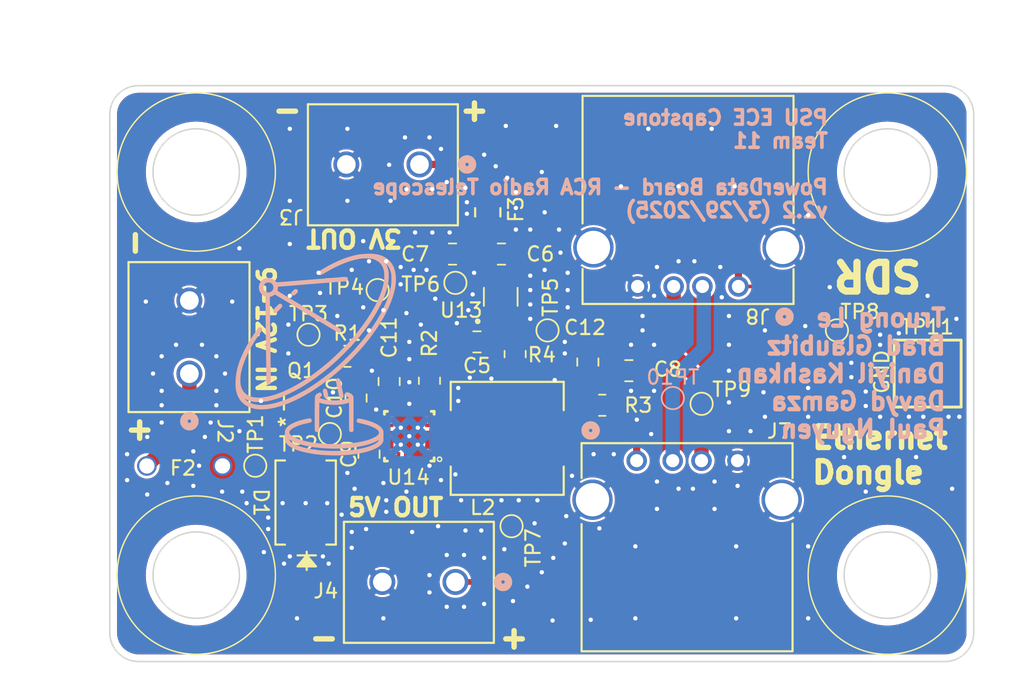
<source format=kicad_pcb>
(kicad_pcb (version 20240108) (generator "pcbnew") (generator_version "8.0")
  (title_block (title "RCA Telescope PCBs") (date "2025-03-30"))
  (layers (0 "F.Cu" signal) (31 "B.Cu" signal) (34 "B.Paste" user) (35 "F.Paste" user) (36 "B.SilkS" user "B.Silkscreen") (37 "F.SilkS" user "F.Silkscreen") (38 "B.Mask" user) (39 "F.Mask" user) (44 "Edge.Cuts" user))
  (net 0 "")
  (net 1 "/PowerDataDistribute/VOUT_5V")
  (net 2 "Net-(Q1-D)")
  (net 3 "Net-(Q1-G)")
  (net 4 "/PowerDataDistribute/VDD")
  (net 5 "/PowerDataDistribute/USB_D-_IN")
  (net 6 "/PowerDataDistribute/USB_D+_IN")
  (net 7 "Net-(Q1-S)")
  (net 8 "Net-(U14-SS_TR)")
  (net 9 "Net-(L2-Pad1)")
  (net 10 "Net-(U14-PG)")
  (net 11 "Net-(U13-OUT)")
  (net 12 "Net-(U13-BP)")
  (net 13 "Net-(U13-IN)")
  (net 14 "/PowerDataDistribute/USB_5V_IN")
  (net 15 "/PowerDataDistribute/VOUT_3V")
  (net 16 "/POWERDATA_GND")
  (footprint "Resistor_SMD:R_0805_2012Metric" (layer "F.Cu") (at 202.2 40.5 -90)
    (property "Reference" "R2" (at -2.6 0 90) (layer "F.SilkS"))
    (property "Value" "100k")
    (pad "1" smd roundrect (at -0.9125 0 270) (size 1.025 1.4) (layers "F.Cu" "F.Paste" "F.Mask") (roundrect_rratio 0.243902) (net 1 "/PowerDataDistribute/VOUT_5V"))
    (pad "2" smd roundrect (at 0.9125 0 270) (size 1.025 1.4) (layers "F.Cu" "F.Paste" "F.Mask") (roundrect_rratio 0.243902) (net 10 "Net-(U14-PG)"))
  )
  (footprint "Library:TestPoint_Pad_4.0x4.0mm_Edit" (layer "F.Cu") (at 236.8 40)
    (property "Reference" "TP11" (at -0.01 -3.24 0) (layer "F.SilkS"))
    (property "Value" "GNDCLIP")
    (pad "1" smd rect (at 0 0) (size 4 4) (layers "F.Cu" "F.Mask") (net 16 "/POWERDATA_GND"))
  )
  (footprint "Library:TestPoint_Pad_D1.0mm_Edit" (layer "F.Cu") (at 195.28 44.2)
    (property "Reference" "TP2" (at -2.18 0.7 0) (layer "F.SilkS"))
    (property "Value" "5VBUCKVIN")
    (pad "1" smd circle (at 0 0) (size 1 1) (layers "F.Cu" "F.Mask") (net 7 "Net-(Q1-S)"))
  )
  (footprint "Library:TestPoint_Pad_D1.0mm_Edit" (layer "F.Cu") (at 198.6 34.2 90)
    (property "Reference" "TP4" (at 0.2 -2.3 0) (layer "F.SilkS"))
    (property "Value" "5VBUCKVOUT")
    (pad "1" smd circle (at 0 0 90) (size 1 1) (layers "F.Cu" "F.Mask") (net 1 "/PowerDataDistribute/VOUT_5V"))
  )
  (footprint "Resistor_SMD:R_0805_2012Metric" (layer "F.Cu") (at 196.5 38.8)
    (property "Reference" "R1" (at 0 -1.6 0) (layer "F.SilkS"))
    (property "Value" "100k")
    (pad "1" smd roundrect (at -0.9125 0) (size 1.025 1.4) (layers "F.Cu" "F.Paste" "F.Mask") (roundrect_rratio 0.243902) (net 3 "Net-(Q1-G)"))
    (pad "2" smd roundrect (at 0.9125 0) (size 1.025 1.4) (layers "F.Cu" "F.Paste" "F.Mask") (roundrect_rratio 0.243902) (net 16 "/POWERDATA_GND"))
  )
  (footprint "Capacitor_SMD:C_0805_2012Metric" (layer "F.Cu") (at 199.4 40.55 -90)
    (property "Reference" "C11" (at -3.05 0 90) (layer "F.SilkS"))
    (property "Value" "3.3nF")
    (pad "1" smd roundrect (at -0.95 0 270) (size 1 1.45) (layers "F.Cu" "F.Paste" "F.Mask") (net 16 "/POWERDATA_GND"))
    (pad "2" smd roundrect (at 0.95 0 270) (size 1 1.45) (layers "F.Cu" "F.Paste" "F.Mask") (net 8 "Net-(U14-SS_TR)"))
  )
  (footprint "Library:SMB_DIO" (layer "F.Cu") (at 193.6 48.9572 -90)
    (property "Reference" "D1" (at 0 3.1 -90) (layer "F.SilkS"))
    (property "Value" "SMBJ12A-13-F")
    (pad "1" smd rect (at -1.8572 0) (size 2.21 2.1804) (layers "F.Cu" "F.Paste" "F.Mask") (net 2 "Net-(Q1-D)"))
    (pad "2" smd rect (at 1.8572 0) (size 2.21 2.1804) (layers "F.Cu" "F.Paste" "F.Mask") (net 16 "/POWERDATA_GND"))
  )
  (footprint "Library:TestPoint_Pad_D1.0mm_Edit" (layer "F.Cu") (at 207.9 50.6 90)
    (property "Reference" "TP7" (at -1.5 1.5 90) (layer "F.SilkS"))
    (property "Value" "5VOUT")
    (pad "1" smd circle (at 0 0 90) (size 1 1) (layers "F.Cu" "F.Mask") (net 1 "/PowerDataDistribute/VOUT_5V"))
  )
  (footprint "Library:CONN_AU-Y1005-2_ASM" (layer "F.Cu") (at 223.657501 33.9494 180)
    (property "Reference" "J8" (at -1.342499 -2.0506 180) (layer "F.SilkS"))
    (property "Value" "USB_A")
    (pad "1" thru_hole circle (at 0 0 180) (size 1.4224 1.4224) (drill 0.9144) (layers "*.Cu" "*.Mask") (net 14 "/PowerDataDistribute/USB_5V_IN"))
    (pad "2" thru_hole circle (at 2.5 0 180) (size 1.4224 1.4224) (drill 0.9144) (layers "*.Cu" "*.Mask") (net 5 "/PowerDataDistribute/USB_D-_IN"))
    (pad "3" thru_hole circle (at 4.500001 0 180) (size 1.4224 1.4224) (drill 0.9144) (layers "*.Cu" "*.Mask") (net 6 "/PowerDataDistribute/USB_D+_IN"))
    (pad "4" thru_hole circle (at -3.069999 2.71 180) (size 2.8 2.8) (drill 2.3114) (layers "*.Cu" "*.Mask") (net 16 "/POWERDATA_GND"))
    (pad "4" thru_hole circle (at 7.000001 0 180) (size 1.4224 1.4224) (drill 0.9144) (layers "*.Cu" "*.Mask") (net 16 "/POWERDATA_GND"))
    (pad "4" thru_hole circle (at 10.07 2.71 180) (size 2.8 2.8) (drill 2.3114) (layers "*.Cu" "*.Mask") (net 16 "/POWERDATA_GND"))
  )
  (footprint "Library:0ZCK_BEL" (layer "F.Cu") (at 206.25 28.8 90)
    (property "Reference" "F3" (at 0.2 1.95 90) (layer "F.SilkS"))
    (property "Value" "0ZCK0020FF2G")
    (pad "1" smd rect (at -1.0922 0 90) (size 0.9906 1.4986) (layers "F.Cu" "F.Paste" "F.Mask") (net 11 "Net-(U13-OUT)"))
    (pad "2" smd rect (at 1.0922 0 90) (size 0.9906 1.4986) (layers "F.Cu" "F.Paste" "F.Mask") (net 15 "/PowerDataDistribute/VOUT_3V"))
    (zone (net 0) (net_name "") (layer "F.Cu") (connect_pads (clearance 0)) (min_thickness 0.254)
      (keepout (tracks not_allowed) (vias not_allowed) (pads allowed) (copperpour not_allowed) (footprints allowed))
      (fill (thermal_gap 0.508) (thermal_bridge_width 0.508))
      (polygon (pts (xy 205.5515 29.3461) (xy 205.5515 28.2539) (xy 206.9485 28.2539) (xy 206.9485 29.3461)))
    )
  )
  (footprint "Library:Kikit_Board_Label" (layer "F.Cu") (at 190.6925 20.0025)
    (property "Reference" "PD")
    (property "Value" "Kikit_Board_Label")
  )
  (footprint "Library:TestPoint_Pad_D1.0mm_Edit" (layer "F.Cu") (at 221.1 42.1)
    (property "Reference" "TP9" (at 2.1 -1 0) (layer "F.SilkS"))
    (property "Value" "D+USB")
    (pad "1" smd circle (at 0 0) (size 1 1) (layers "F.Cu" "F.Mask") (net 6 "/PowerDataDistribute/USB_D+_IN"))
  )
  (footprint "Capacitor_SMD:C_0805_2012Metric" (layer "F.Cu") (at 213.2 39.2 90)
    (property "Reference" "C12" (at 2.4 -0.2 0) (layer "F.SilkS"))
    (property "Value" "22uF")
    (pad "1" smd roundrect (at -0.95 0 90) (size 1 1.45) (layers "F.Cu" "F.Paste" "F.Mask") (net 1 "/PowerDataDistribute/VOUT_5V"))
    (pad "2" smd roundrect (at 0.95 0 90) (size 1 1.45) (layers "F.Cu" "F.Paste" "F.Mask") (net 16 "/POWERDATA_GND"))
  )
  (footprint "Capacitor_SMD:C_0805_2012Metric" (layer "F.Cu") (at 203.8 31.7 180)
    (property "Reference" "C7" (at 2.6 0 0) (layer "F.SilkS"))
    (property "Value" "1 uF")
    (pad "1" smd roundrect (at -0.95 0 180) (size 1 1.45) (layers "F.Cu" "F.Paste" "F.Mask") (net 11 "Net-(U13-OUT)"))
    (pad "2" smd roundrect (at 0.95 0 180) (size 1 1.45) (layers "F.Cu" "F.Paste" "F.Mask") (net 16 "/POWERDATA_GND"))
  )
  (footprint "Library:RGEF300K-2" (layer "F.Cu") (at 185.575 50.415)
    (property "Reference" "F2" (at -0.5 -3.85 0) (layer "F.SilkS"))
    (property "Value" "RGEF300K-2")
    (pad "1" thru_hole circle (at -3 -4) (size 1.36 1.36) (drill 1.06) (layers "*.Cu" "*.Mask") (net 4 "/PowerDataDistribute/VDD"))
    (pad "2" thru_hole circle (at 2.25 -4) (size 1.36 1.36) (drill 1.06) (layers "*.Cu" "*.Mask") (net 2 "Net-(Q1-D)"))
  )
  (footprint "Capacitor_SMD:C_0805_2012Metric" (layer "F.Cu") (at 216.05 39.8)
    (property "Reference" "C8" (at 2.7 -0.1 0) (layer "F.SilkS"))
    (property "Value" "10 uF")
    (pad "1" smd roundrect (at -0.95 0) (size 1 1.45) (layers "F.Cu" "F.Paste" "F.Mask") (net 14 "/PowerDataDistribute/USB_5V_IN"))
    (pad "2" smd roundrect (at 0.95 0) (size 1 1.45) (layers "F.Cu" "F.Paste" "F.Mask") (net 16 "/POWERDATA_GND"))
  )
  (footprint "Resistor_SMD:R_0805_2012Metric" (layer "F.Cu") (at 214.2 42.2 180)
    (property "Reference" "R3" (at -2.5 0 0) (layer "F.SilkS"))
    (property "Value" "0")
    (pad "1" smd roundrect (at -0.9125 0 180) (size 1.025 1.4) (layers "F.Cu" "F.Paste" "F.Mask") (roundrect_rratio 0.243902) (net 14 "/PowerDataDistribute/USB_5V_IN"))
    (pad "2" smd roundrect (at 0.9125 0 180) (size 1.025 1.4) (layers "F.Cu" "F.Paste" "F.Mask") (roundrect_rratio 0.243902) (net 1 "/PowerDataDistribute/VOUT_5V"))
  )
  (footprint "Capacitor_SMD:C_0805_2012Metric" (layer "F.Cu") (at 207.2 31.7)
    (property "Reference" "C6" (at 2.7 0 0) (layer "F.SilkS"))
    (property "Value" "10 nf")
    (pad "1" smd roundrect (at -0.95 0) (size 1 1.45) (layers "F.Cu" "F.Paste" "F.Mask") (net 11 "Net-(U13-OUT)"))
    (pad "2" smd roundrect (at 0.95 0) (size 1 1.45) (layers "F.Cu" "F.Paste" "F.Mask") (net 12 "Net-(U13-BP)"))
  )
  (footprint "Library:CONN_AU-Y1005-2_ASM" (layer "F.Cu") (at 216.5925 46.0506)
    (property "Reference" "J7" (at 9.9075 -2.0506 0) (layer "F.SilkS"))
    (property "Value" "USB_A")
    (pad "1" thru_hole circle (at 0 0) (size 1.4224 1.4224) (drill 0.9144) (layers "*.Cu" "*.Mask") (net 14 "/PowerDataDistribute/USB_5V_IN"))
    (pad "2" thru_hole circle (at 2.5 0) (size 1.4224 1.4224) (drill 0.9144) (layers "*.Cu" "*.Mask") (net 5 "/PowerDataDistribute/USB_D-_IN"))
    (pad "3" thru_hole circle (at 4.500001 0) (size 1.4224 1.4224) (drill 0.9144) (layers "*.Cu" "*.Mask") (net 6 "/PowerDataDistribute/USB_D+_IN"))
    (pad "4" thru_hole circle (at -3.069999 2.71) (size 2.8 2.8) (drill 2.3114) (layers "*.Cu" "*.Mask") (net 16 "/POWERDATA_GND"))
    (pad "4" thru_hole circle (at 7.000001 0) (size 1.4224 1.4224) (drill 0.9144) (layers "*.Cu" "*.Mask") (net 16 "/POWERDATA_GND"))
    (pad "4" thru_hole circle (at 10.07 2.71) (size 2.8 2.8) (drill 2.3114) (layers "*.Cu" "*.Mask") (net 16 "/POWERDATA_GND"))
  )
  (footprint "Library:CONN_1729128_PXC" (layer "F.Cu") (at 185.525 40.0066 90)
    (property "Reference" "J2" (at -3.9934 2.475 -90) (layer "F.SilkS"))
    (property "Value" "9-12V From PoE Splitter")
    (pad "1" thru_hole circle (at 0 0 90) (size 1.8034 1.8034) (drill 1.2954) (layers "*.Cu" "*.Mask") (net 4 "/PowerDataDistribute/VDD"))
    (pad "2" thru_hole circle (at 5.08 0 90) (size 1.8034 1.8034) (drill 1.2954) (layers "*.Cu" "*.Mask") (net 16 "/POWERDATA_GND"))
  )
  (footprint "Library:TestPoint_Pad_D1.0mm_Edit" (layer "F.Cu") (at 193.8 37.3)
    (property "Reference" "TP3" (at 0 -1.448 0) (layer "F.SilkS"))
    (property "Value" "G_PMOS")
    (pad "1" smd circle (at 0 0) (size 1 1) (layers "F.Cu" "F.Mask") (net 3 "Net-(Q1-G)"))
  )
  (footprint "Library:IND_CB_DRA73" (layer "F.Cu") (at 207.6 44.5)
    (property "Reference" "L2" (at -1.7 4.8 0) (layer "F.SilkS"))
    (property "Value" "2.2uH")
    (pad "1" smd rect (at -3.62585 0) (size 1.2573 3.2512) (layers "F.Cu" "F.Paste" "F.Mask") (net 9 "Net-(L2-Pad1)"))
    (pad "2" smd rect (at 3.62585 0) (size 1.2573 3.2512) (layers "F.Cu" "F.Paste" "F.Mask") (net 1 "/PowerDataDistribute/VOUT_5V"))
    (zone (net 0) (net_name "") (layer "F.Cu") (connect_pads (clearance 0)) (min_thickness 0.254)
      (keepout (tracks not_allowed) (vias not_allowed) (pads allowed) (copperpour not_allowed) (footprints allowed))
      (fill (thermal_gap 0.508) (thermal_bridge_width 0.508))
      (polygon (pts (xy 204.6536 40.7535) (xy 210.5464 40.7535) (xy 210.5464 48.2465) (xy 204.6536 48.2465)))
    )
  )
  (footprint "Library:TestPoint_Pad_D1.0mm_Edit" (layer "F.Cu") (at 204 33.7 -90)
    (property "Reference" "TP6" (at 0.1 2.4 0) (layer "F.SilkS"))
    (property "Value" "3VLDOOUT")
    (pad "1" smd circle (at 0 0 270) (size 1 1) (layers "F.Cu" "F.Mask") (net 11 "Net-(U13-OUT)"))
  )
  (footprint "Library:TestPoint_Pad_D1.0mm_Edit" (layer "F.Cu") (at 190.1 46.4 180)
    (property "Reference" "TP1" (at -0.02 2.21 90) (layer "F.SilkS"))
    (property "Value" "PROCTVIN")
    (pad "1" smd circle (at 0 0 180) (size 1 1) (layers "F.Cu" "F.Mask") (net 2 "Net-(Q1-D)"))
  )
  (footprint "Library:CONN_1729128_PXC" (layer "F.Cu") (at 201.5066 25.475001 180)
    (property "Reference" "J3" (at 8.9066 -3.624999 180) (layer "F.SilkS"))
    (property "Value" "3V Out For LNA")
    (pad "1" thru_hole circle (at 0 0 180) (size 1.8034 1.8034) (drill 1.2954) (layers "*.Cu" "*.Mask") (net 15 "/PowerDataDistribute/VOUT_3V"))
    (pad "2" thru_hole circle (at 5.08 0 180) (size 1.8034 1.8034) (drill 1.2954) (layers "*.Cu" "*.Mask") (net 16 "/POWERDATA_GND"))
  )
  (footprint "Library:TestPoint_Pad_D1.0mm_Edit" (layer "F.Cu") (at 230.5 37)
    (property "Reference" "TP8" (at 1.6 -1.3 0) (layer "F.SilkS"))
    (property "Value" "5VUSB")
    (pad "1" smd circle (at 0 0) (size 1 1) (layers "F.Cu" "F.Mask") (net 14 "/PowerDataDistribute/USB_5V_IN"))
  )
  (footprint "Library:CONN_1729128_PXC" (layer "F.Cu") (at 204.0066 54.475001 180)
    (property "Reference" "J4" (at 9.0066 -0.624999 0) (layer "F.SilkS"))
    (property "Value" "5V Out For Filter Board")
    (pad "1" thru_hole circle (at 0 0 180) (size 1.8034 1.8034) (drill 1.2954) (layers "*.Cu" "*.Mask") (net 1 "/PowerDataDistribute/VOUT_5V"))
    (pad "2" thru_hole circle (at 5.08 0 180) (size 1.8034 1.8034) (drill 1.2954) (layers "*.Cu" "*.Mask") (net 16 "/POWERDATA_GND"))
  )
  (footprint "Library:RGT0016C" (layer "F.Cu") (at 200.800002 44.349997 180)
    (property "Reference" "U14" (at 0.050002 -2.850003 0) (layer "F.SilkS"))
    (property "Value" "TPS62133RGTR")
    (pad "1" smd rect (at -1.399997 -0.750004 270) (size 0.24 0.599999) (layers "F.Cu" "F.Paste" "F.Mask") (net 9 "Net-(L2-Pad1)"))
    (pad "2" smd rect (at -1.399997 -0.250005 270) (size 0.24 0.599999) (layers "F.Cu" "F.Paste" "F.Mask") (net 9 "Net-(L2-Pad1)"))
    (pad "3" smd rect (at -1.399997 0.249997 270) (size 0.24 0.599999) (layers "F.Cu" "F.Paste" "F.Mask") (net 9 "Net-(L2-Pad1)"))
    (pad "4" smd rect (at -1.399997 0.749996 270) (size 0.24 0.599999) (layers "F.Cu" "F.Paste" "F.Mask") (net 10 "Net-(U14-PG)"))
    (pad "5" smd rect (at -0.749996 1.399997 180) (size 0.24 0.599999) (layers "F.Cu" "F.Paste" "F.Mask") (net 16 "/POWERDATA_GND"))
    (pad "6" smd rect (at -0.249997 1.399997 180) (size 0.24 0.599999) (layers "F.Cu" "F.Paste" "F.Mask") (net 16 "/POWERDATA_GND"))
    (pad "7" smd rect (at 0.250005 1.399997 180) (size 0.24 0.599999) (layers "F.Cu" "F.Paste" "F.Mask") (net 16 "/POWERDATA_GND"))
    (pad "8" smd rect (at 0.750004 1.399997 180) (size 0.24 0.599999) (layers "F.Cu" "F.Paste" "F.Mask") (net 16 "/POWERDATA_GND"))
    (pad "9" smd rect (at 1.400002 0.749996 270) (size 0.24 0.599999) (layers "F.Cu" "F.Paste" "F.Mask") (net 8 "Net-(U14-SS_TR)"))
    (pad "10" smd rect (at 1.400002 0.249997 270) (size 0.24 0.599999) (layers "F.Cu" "F.Paste" "F.Mask") (net 7 "Net-(Q1-S)"))
    (pad "11" smd rect (at 1.400002 -0.250005 270) (size 0.24 0.599999) (layers "F.Cu" "F.Paste" "F.Mask") (net 7 "Net-(Q1-S)"))
    (pad "12" smd rect (at 1.400002 -0.750004 270) (size 0.24 0.599999) (layers "F.Cu" "F.Paste" "F.Mask") (net 7 "Net-(Q1-S)"))
    (pad "13" smd rect (at 0.750004 -1.400002 180) (size 0.24 0.599999) (layers "F.Cu" "F.Paste" "F.Mask") (net 7 "Net-(Q1-S)"))
    (pad "14" smd rect (at 0.250005 -1.400002 180) (size 0.24 0.599999) (layers "F.Cu" "F.Paste" "F.Mask") (net 1 "/PowerDataDistribute/VOUT_5V"))
    (pad "15" smd rect (at -0.249997 -1.400002 180) (size 0.24 0.599999) (layers "F.Cu" "F.Paste" "F.Mask") (net 16 "/POWERDATA_GND"))
    (pad "16" smd rect (at -0.749996 -1.400002 180) (size 0.24 0.599999) (layers "F.Cu" "F.Paste" "F.Mask") (net 16 "/POWERDATA_GND"))
    (pad "17" thru_hole circle (at -0.589996 -0.590001 180) (size 0.6 0.6) (drill 0.3) (layers "*.Cu" "*.Mask") (net 16 "/POWERDATA_GND"))
    (pad "17" thru_hole circle (at -0.589996 0.589996 180) (size 0.6 0.6) (drill 0.3) (layers "*.Cu" "*.Mask") (net 16 "/POWERDATA_GND"))
    (pad "17" thru_hole circle (at 0.000003 -0.000003 180) (size 0.6 0.6) (drill 0.3) (layers "*.Cu" "*.Mask") (net 16 "/POWERDATA_GND"))
    (pad "17" smd rect (at 0.000005 -0.000003 180) (size 1.679999 1.679999) (layers "F.Cu" "F.Mask") (net 16 "/POWERDATA_GND"))
    (pad "17" thru_hole circle (at 0.590001 -0.590001 180) (size 0.6 0.6) (drill 0.3) (layers "*.Cu" "*.Mask") (net 16 "/POWERDATA_GND"))
    (pad "17" thru_hole circle (at 0.590001 0.589996 180) (size 0.6 0.6) (drill 0.3) (layers "*.Cu" "*.Mask") (net 16 "/POWERDATA_GND"))
  )
  (footprint "Library:TestPoint_Pad_D1.0mm_Edit" (layer "F.Cu") (at 210.4 37 90)
    (property "Reference" "TP5" (at 2.3 0.2 90) (layer "F.SilkS"))
    (property "Value" "3VLDOIN")
    (pad "1" smd circle (at 0 0 90) (size 1 1) (layers "F.Cu" "F.Mask") (net 13 "Net-(U13-IN)"))
  )
  (footprint "Library:SOT65P210X110-5N" (layer "F.Cu") (at 207.15 34.67 90)
    (property "Reference" "U13" (at -0.93 -2.75 0) (layer "F.SilkS"))
    (property "Value" "MAX8510EXK30T")
    (pad "1" smd rect (at -0.97 -0.6875 90) (size 1.17 0.375) (layers "F.Cu" "F.Paste" "F.Mask") (net 13 "Net-(U13-IN)"))
    (pad "2" smd rect (at -0.97 0 90) (size 1.17 0.3) (layers "F.Cu" "F.Paste" "F.Mask") (net 16 "/POWERDATA_GND"))
    (pad "3" smd rect (at -0.97 0.6625 90) (size 1.17 0.375) (layers "F.Cu" "F.Paste" "F.Mask") (net 13 "Net-(U13-IN)"))
    (pad "4" smd rect (at 0.97 0.65 90) (size 1.17 0.4) (layers "F.Cu" "F.Paste" "F.Mask") (net 12 "Net-(U13-BP)"))
    (pad "5" smd rect (at 0.97 -0.65 90) (size 1.17 0.4) (layers "F.Cu" "F.Paste" "F.Mask") (net 11 "Net-(U13-OUT)"))
  )
  (footprint "Capacitor_SMD:C_0805_2012Metric" (layer "F.Cu") (at 197.1 41.7 90)
    (property "Reference" "C10" (at 0 -1.5 90) (layer "F.SilkS"))
    (property "Value" "0.1uF")
    (pad "1" smd roundrect (at -0.95 0 90) (size 1 1.45) (layers "F.Cu" "F.Paste" "F.Mask") (net 7 "Net-(Q1-S)"))
    (pad "2" smd roundrect (at 0.95 0 90) (size 1 1.45) (layers "F.Cu" "F.Paste" "F.Mask") (net 16 "/POWERDATA_GND"))
  )
  (footprint "Capacitor_SMD:C_0805_2012Metric" (layer "F.Cu") (at 205.5 37.8 180)
    (property "Reference" "C5" (at 0 -1.65 0) (layer "F.SilkS"))
    (property "Value" "1 uF")
    (pad "1" smd roundrect (at -0.95 0 180) (size 1 1.45) (layers "F.Cu" "F.Paste" "F.Mask") (net 13 "Net-(U13-IN)"))
    (pad "2" smd roundrect (at 0.95 0 180) (size 1 1.45) (layers "F.Cu" "F.Paste" "F.Mask") (net 16 "/POWERDATA_GND"))
  )
  (footprint "Capacitor_SMD:C_0805_2012Metric" (layer "F.Cu") (at 198 45.6 -90)
    (property "Reference" "C9" (at 0 1.4 90) (layer "F.SilkS"))
    (property "Value" "10uF")
    (pad "1" smd roundrect (at -0.95 0 270) (size 1 1.45) (layers "F.Cu" "F.Paste" "F.Mask") (net 7 "Net-(Q1-S)"))
    (pad "2" smd roundrect (at 0.95 0 270) (size 1 1.45) (layers "F.Cu" "F.Paste" "F.Mask") (net 16 "/POWERDATA_GND"))
  )
  (footprint "Library:U-DFN2020-6_DIO" (layer "F.Cu") (at 193.25 41.995 90)
    (property "Reference" "Q1" (at 2.199999 0.050001 0) (layer "F.SilkS"))
    (property "Value" "DMP4047LFDE-7")
    (fp_text user "*" (at -1.3558 -0.9858 90) (layer "F.SilkS"))
    (pad "1" smd rect (at -0.900001 -0.649999 90) (size 0.508 0.4064) (layers "F.Cu" "F.Paste" "F.Mask") (net 2 "Net-(Q1-D)"))
    (pad "1" smd rect (at -0.900001 0 90) (size 0.508 0.4064) (layers "F.Cu" "F.Paste" "F.Mask") (net 2 "Net-(Q1-D)"))
    (pad "1" smd rect (at 0.900001 -0.649999 90) (size 0.508 0.4064) (layers "F.Cu" "F.Paste" "F.Mask") (net 2 "Net-(Q1-D)"))
    (pad "1" smd rect (at 0.900001 0 90) (size 0.508 0.4064) (layers "F.Cu" "F.Paste" "F.Mask") (net 2 "Net-(Q1-D)"))
    (pad "2" smd rect (at 0.900001 0.649999 90) (size 0.508 0.4064) (layers "F.Cu" "F.Paste" "F.Mask") (net 3 "Net-(Q1-G)") (clearance 0.018))
    (pad "3" smd rect (at -0.900001 0.649999 90) (size 0.508 0.4064) (layers "F.Cu" "F.Paste" "F.Mask") (net 7 "Net-(Q1-S)"))
    (pad "3" smd rect (at 0 0.65 90) (size 0.9144 0.2794) (layers "F.Cu" "F.Paste" "F.Mask") (net 7 "Net-(Q1-S)"))
  )
  (footprint "Resistor_SMD:R_0805_2012Metric" (layer "F.Cu") (at 208.15 38.65 -90)
    (property "Reference" "R4" (at 0.05 -1.85 0) (layer "F.SilkS"))
    (property "Value" "0")
    (pad "1" smd roundrect (at -0.9125 0 270) (size 1.025 1.4) (layers "F.Cu" "F.Paste" "F.Mask") (roundrect_rratio 0.243902) (net 13 "Net-(U13-IN)"))
    (pad "2" smd roundrect (at 0.9125 0 270) (size 1.025 1.4) (layers "F.Cu" "F.Paste" "F.Mask") (roundrect_rratio 0.243902) (net 1 "/PowerDataDistribute/VOUT_5V"))
  )
  (footprint "Library:TestPoint_Pad_D1.0mm_Edit" (layer "B.Cu") (at 219.1 41.7 180)
    (property "Reference" "TP10" (at 0 1.448 0) (layer "B.SilkS") (effects (justify mirror)))
    (property "Value" "D-USB")
    (pad "1" smd circle (at 0 0 180) (size 1 1) (layers "B.Cu" "B.Mask") (net 5 "/PowerDataDistribute/USB_D-_IN"))
  )
  (footprint "Library:dish" (layer "B.Cu") (at 194.387859 38.64245 180)
    (property "Reference" "G***" (hide yes))
    (property "Value" "LOGO" (hide yes))
  )
  (gr_poly (pts (xy 210.5 46.2) (xy 212 46.2) (xy 212.9 44.2) (xy 214 44.2) (xy 214 39.6) (xy 212.4 39.6) (xy 210.5 42.7)) (stroke (width 0.2)) (fill solid) (layer "F.Cu") (net 1))
  (gr_poly (pts (xy 206 37.15) (xy 208.8 37.15) (xy 208.8 38.45) (xy 206 38.45)) (stroke (width 0.2)) (fill solid) (layer "F.Cu") (net 13))
  (gr_poly (pts (xy 202 44.08) (xy 202 45.12) (xy 203 45.12) (xy 203.4 46.2) (xy 204.6 46.2) (xy 204.6 42.8) (xy 203.4 42.8) (xy 203 44.08)) (stroke (width 0.2)) (fill solid) (layer "F.Cu") (net 9))
  (gr_poly (pts (xy 193.86 41.64) (xy 193.86 42.351769) (xy 193.79 42.48) (xy 193.785 44.37) (xy 194.8 45.12) (xy 199.605 45.12) (xy 199.605 44.58) (xy 199 44.58) (xy 198 43.6) (xy 196 43.6) (xy 194.7 41.64)) (stroke (width 0.2)) (fill solid) (layer "F.Cu") (net 7))
  (gr_poly (pts (xy 205.45 29.4) (xy 207 29.4) (xy 207 30.45) (xy 206.75 30.95) (xy 206.75 34.3) (xy 206.2 34.3) (xy 206.2 32.9) (xy 205.9 32.35) (xy 204.3 32.35) (xy 204.3 30.95)) (stroke (width 0.2)) (fill solid) (layer "F.Cu") (net 11))
  (gr_circle (center 186 26) (end 191.5 26) (stroke (width 0.1)) (fill none) (layer "F.SilkS"))
  (gr_circle (center 234 54) (end 239.5 54) (stroke (width 0.1)) (fill none) (layer "F.SilkS"))
  (gr_circle (center 234 26) (end 239.5 26) (stroke (width 0.1)) (fill none) (layer "F.SilkS"))
  (gr_circle (center 186 54) (end 191.5 54) (stroke (width 0.1)) (fill none) (layer "F.SilkS"))
  (gr_arc (start 182 60) (mid 180.585786 59.414213) (end 180 58) (stroke (width 0.1)) (layer "Edge.Cuts"))
  (gr_arc (start 238 20) (mid 239.414213 20.585786) (end 240 22) (stroke (width 0.1)) (layer "Edge.Cuts"))
  (gr_line (start 180 58) (end 180 22) (stroke (width 0.1)) (layer "Edge.Cuts"))
  (gr_arc (start 180 22) (mid 180.585786 20.585786) (end 182 20) (stroke (width 0.1)) (layer "Edge.Cuts"))
  (gr_circle (center 233.999999 54) (end 236.999998 54) (stroke (width 0.1)) (fill none) (layer "Edge.Cuts"))
  (gr_line (start 182 20) (end 238 20) (stroke (width 0.1)) (layer "Edge.Cuts"))
  (gr_arc (start 240 58) (mid 239.414213 59.414213) (end 238 60) (stroke (width 0.1)) (layer "Edge.Cuts"))
  (gr_circle (center 185.999999 54) (end 188.999998 54) (stroke (width 0.1)) (fill none) (layer "Edge.Cuts"))
  (gr_circle (center 233.999999 25.999999) (end 236.999998 25.999999) (stroke (width 0.1)) (fill none) (layer "Edge.Cuts"))
  (gr_circle (center 185.999999 26) (end 188.999998 26) (stroke (width 0.1)) (fill none) (layer "Edge.Cuts"))
  (gr_line (start 238 60) (end 182 60) (stroke (width 0.1)) (layer "Edge.Cuts"))
  (gr_line (start 240 22) (end 240 58) (stroke (width 0.1)) (layer "Edge.Cuts"))
  (gr_text "Truong Le\nBrad Glaubitz \nDaniyil Kashkan\nDavyd Gamza\nPaul Nguyen\n\n" (at 238.2 46.5 0) (layer "B.SilkS") (effects (font (size 1.2 1.2) (thickness 0.3) (bold yes)) (justify left bottom mirror)))
  (gr_text "PSU ECE Capstone\nTeam 11\n\nPowerData Board - RCA Radio Telescope\nv2.2 (3/29/2025)" (at 230 29.25 0) (layer "B.SilkS") (effects (font (size 1 1) (thickness 0.25) (bold yes)) (justify left bottom mirror)))
  (gr_text "GND" (at 234.2 41.5 90) (layer "F.SilkS") (effects (font (size 1 1)) (justify left bottom)))
  (gr_text "+" (at 206.5 21 180) (layer "F.SilkS") (effects (font (size 1.5 1.5) (thickness 0.375) (bold yes)) (justify left bottom)))
  (gr_text "-" (at 193.7 59.2 0) (layer "F.SilkS") (effects (font (size 1.5 1.5) (thickness 0.375) (bold yes)) (justify left bottom)))
  (gr_text "-" (at 193.5 21 180) (layer "F.SilkS") (effects (font (size 1.5 1.5) (thickness 0.375) (bold yes)) (justify left bottom)))
  (gr_text "SDR" (at 236.6 32 180) (layer "F.SilkS") (effects (font (size 2 2) (thickness 0.5) (bold yes)) (justify left bottom)))
  (gr_text "3V OUT" (at 200.4 29.9 180) (layer "F.SilkS") (effects (font (size 1.2 1.2) (thickness 0.3) (bold yes)) (justify left bottom)))
  (gr_text "9-12V IN" (at 190.1 32.4 -90) (layer "F.SilkS") (effects (font (size 1.2 1.2) (thickness 0.3) (bold yes)) (justify left bottom)))
  (gr_text "+" (at 181.298001 42.75 -90) (layer "F.SilkS") (effects (font (size 1.5 1.5) (thickness 0.375) (bold yes)) (justify left bottom)))
  (gr_text "-" (at 181 29.75 -90) (layer "F.SilkS") (effects (font (size 1.5 1.5) (thickness 0.375) (bold yes)) (justify left bottom)))
  (gr_text "+" (at 206.9 59.2 0) (layer "F.SilkS") (effects (font (size 1.5 1.5) (thickness 0.375) (bold yes)) (justify left bottom)))
  (gr_text "5V OUT" (at 196.4 50 0) (layer "F.SilkS") (effects (font (size 1.2 1.2) (thickness 0.3) (bold yes)) (justify left bottom)))
  (gr_text "Ethernet\nDongle" (at 228.6 47.75 0) (layer "F.SilkS") (effects (font (size 1.5 1.5) (thickness 0.375) (bold yes)) (justify left bottom)))
  (segment (start 201.2 34.8) (end 203.45 37.05) (width 0.25) (layer "F.Cu") (net 1))
  (segment (start 206.924999 54.475001) (end 208.7 52.7) (width 0.4) (layer "F.Cu") (net 1))
  (segment (start 207.9 49.6) (end 203.830001 49.6) (width 0.2) (layer "F.Cu") (net 1))
  (segment (start 200.549997 46.319996) (end 200.549997 45.749999) (width 0.2) (layer "F.Cu") (net 1))
  (segment (start 207.9 50.6) (end 207.9 49.6) (width 0.2) (layer "F.Cu") (net 1))
  (segment (start 211.7625 39.5625) (end 212.15 39.95) (width 0.4) (layer "F.Cu") (net 1))
  (segment (start 208.125 39.5875) (end 208.15 39.5625) (width 0.25) (layer "F.Cu") (net 1))
  (segment (start 210.8 49.6) (end 210.8 50.6) (width 0.4) (layer "F.Cu") (net 1))
  (segment (start 210.8 49.6) (end 207.9 49.6) (width 0.2) (layer "F.Cu") (net 1))
  (segment (start 203.45 37.05) (end 203.45 39.5875) (width 0.25) (layer "F.Cu") (net 1))
  (segment (start 208.15 39.5625) (end 211.7625 39.5625) (width 0.4) (layer "F.Cu") (net 1))
  (segment (start 203.830001 49.6) (end 200.549997 46.319996) (width 0.2) (layer "F.Cu") (net 1))
  (segment (start 203.45 39.5875) (end 208.125 39.5875) (width 0.4) (layer "F.Cu") (net 1))
  (segment (start 210.8 49.6) (end 210.8 46) (width 0.4) (layer "F.Cu") (net 1))
  (segment (start 198.6 34.2) (end 199.2 34.8) (width 0.25) (layer "F.Cu") (net 1))
  (segment (start 202.2 39.5875) (end 203.45 39.5875) (width 0.4) (layer "F.Cu") (net 1))
  (segment (start 199.2 34.8) (end 201.2 34.8) (width 0.25) (layer "F.Cu") (net 1))
  (segment (start 204.0066 54.475001) (end 206.924999 54.475001) (width 0.4) (layer "F.Cu") (net 1))
  (segment (start 208.7 52.7) (end 209.25 52.15) (width 0.4) (layer "F.Cu") (net 1))
  (segment (start 210.8 50.6) (end 209.25 52.15) (width 0.4) (layer "F.Cu") (net 1))
  (segment (start 195.5875 38.8) (end 195.3 38.8) (width 0.2) (layer "F.Cu") (net 3))
  (segment (start 195.5875 40.2375) (end 194.825002 40.999998) (width 0.25) (layer "F.Cu") (net 3))
  (segment (start 193.999998 40.999998) (end 194.825002 40.999998) (width 0.25) (layer "F.Cu") (net 3))
  (segment (start 195.5875 38.8) (end 195.5875 40.2375) (width 0.25) (layer "F.Cu") (net 3))
  (segment (start 195.3 38.8) (end 193.8 37.3) (width 0.25) (layer "F.Cu") (net 3))
  (segment (start 185.525 40.0066) (end 185.525 43.465) (width 1) (layer "F.Cu") (net 4))
  (segment (start 185.4 40.1316) (end 185.525 40.0066) (width 1.5) (layer "F.Cu") (net 4))
  (segment (start 185.525 43.465) (end 182.575 46.415) (width 1) (layer "F.Cu") (net 4))
  (segment (start 219.0925 40.4075) (end 221.25 38.25) (width 1) (layer "B.Cu") (net 5))
  (segment (start 221.25 38.25) (end 221.25 34.041899) (width 1) (layer "B.Cu") (net 5))
  (segment (start 219.0925 41) (end 219.0925 41.5) (width 1) (layer "B.Cu") (net 5))
  (segment (start 219.0925 41) (end 219.0925 40.4075) (width 1) (layer "B.Cu") (net 5))
  (segment (start 221.25 34.041899) (end 221.157501 33.9494) (width 1) (layer "B.Cu") (net 5))
  (segment (start 219.0925 41.5) (end 219.0925 46.0506) (width 1) (layer "B.Cu") (net 5))
  (segment (start 221.092501 40.592501) (end 219.1575 38.6575) (width 1) (layer "F.Cu") (net 6))
  (segment (start 221.092501 46.0506) (end 221.092501 40.592501) (width 1) (layer "F.Cu") (net 6))
  (segment (start 219.1575 37) (end 219.1575 33.9494) (width 1) (layer "F.Cu") (net 6))
  (segment (start 219.1575 38.6575) (end 219.1575 37) (width 1) (layer "F.Cu") (net 6))
  (segment (start 197.1 42.65) (end 197.575 42.65) (width 0.2) (layer "F.Cu") (net 7))
  (segment (start 199.025 44.1) (end 199.4 44.1) (width 0.2) (layer "F.Cu") (net 7))
  (segment (start 199.549999 45.749999) (end 200.049998 45.749999) (width 0.2) (layer "F.Cu") (net 7))
  (segment (start 199.4 45.6) (end 199.549999 45.749999) (width 0.2) (layer "F.Cu") (net 7))
  (segment (start 199.4 45.100001) (end 199.4 45.6) (width 0.2) (layer "F.Cu") (net 7))
  (segment (start 197.575 42.65) (end 199.025 44.1) (width 0.2) (layer "F.Cu") (net 7))
  (segment (start 197.1 42.65) (end 197.1 43.65) (width 0.2) (layer "F.Cu") (net 7))
  (segment (start 199.4 41.5) (end 199.4 43.600001) (width 0.2) (layer "F.Cu") (net 8))
  (segment (start 202.2 41.4125) (end 202.2 43.6) (width 0.2) (layer "F.Cu") (net 10))
  (segment (start 206.5 33.7) (end 204 33.7) (width 0.2) (layer "F.Cu") (net 11))
  (segment (start 208.15 32.65) (end 208.15 31.7) (width 0.2) (layer "F.Cu") (net 12))
  (segment (start 207.8 33.7) (end 207.8 33) (width 0.2) (layer "F.Cu") (net 12))
  (segment (start 207.8 33) (end 208.15 32.65) (width 0.2) (layer "F.Cu") (net 12))
  (segment (start 210.4 37) (end 209.65 37.75) (width 0.25) (layer "F.Cu") (net 13))
  (segment (start 206.475 35.64) (end 206.475 37.175) (width 0.25) (layer "F.Cu") (net 13))
  (segment (start 207.825 35.64) (end 207.825 37.175) (width 0.25) (layer "F.Cu") (net 13))
  (segment (start 206.475 37.175) (end 206.45 37.2) (width 0.25) (layer "F.Cu") (net 13))
  (segment (start 209.65 37.75) (end 208.4 37.75) (width 0.25) (layer "F.Cu") (net 13))
  (segment (start 206.5 37.75) (end 206.45 37.8) (width 0.2) (layer "F.Cu") (net 13))
  (segment (start 207.825 37.175) (end 207.85 37.2) (width 0.25) (layer "F.Cu") (net 13))
  (segment (start 216.5925 44.9925) (end 215.1125 43.5125) (width 0.5) (layer "F.Cu") (net 14))
  (segment (start 215.1125 37.1125) (end 215.1 37.1) (width 0.4) (layer "F.Cu") (net 14))
  (segment (start 223.1 31.3) (end 217.2 31.3) (width 0.5) (layer "F.Cu") (net 14))
  (segment (start 223.657501 31.857501) (end 223.1 31.3) (width 0.5) (layer "F.Cu") (net 14))
  (segment (start 215.1125 42.5) (end 215.1125 37.1125) (width 0.5) (layer "F.Cu") (net 14))
  (segment (start 215.1125 43.5125) (end 215.1125 42.5) (width 0.5) (layer "F.Cu") (net 14))
  (segment (start 216.5925 46.0506) (end 216.5925 44.9925) (width 0.5) (layer "F.Cu") (net 14))
  (segment (start 223.657501 33.9494) (end 227.4494 33.9494) (width 0.25) (layer "F.Cu") (net 14))
  (segment (start 227.4494 33.9494) (end 230.5 37) (width 0.25) (layer "F.Cu") (net 14))
  (segment (start 217.2 31.3) (end 215.1 33.4) (width 0.5) (layer "F.Cu") (net 14))
  (segment (start 215.1 37.1) (end 215.1 33.4) (width 0.5) (layer "F.Cu") (net 14))
  (segment (start 223.657501 33.9494) (end 223.657501 31.857501) (width 0.5) (layer "F.Cu") (net 14))
  (segment (start 206.25 26.65) (end 206.25 27.7078) (width 0.5) (layer "F.Cu") (net 15))
  (segment (start 201.5066 25.475001) (end 205.075001 25.475001) (width 0.5) (layer "F.Cu") (net 15))
  (segment (start 205.075001 25.475001) (end 206.25 26.65) (width 0.5) (layer "F.Cu") (net 15))
  (segment (start 204.799999 37.499999) (end 204.8 37.5) (width 0.2) (layer "F.Cu") (net 16))
  (via (at 211.2 30) (size 0.6) (drill 0.3) (layers "F.Cu" "B.Cu") (net 16))
  (via (at 200.6 27.2) (size 0.6) (drill 0.3) (layers "F.Cu" "B.Cu") (net 16))
  (via (at 204.8 28.9) (size 0.6) (drill 0.3) (layers "F.Cu" "B.Cu") (net 16))
  (via (at 209.2 35.2) (size 0.6) (drill 0.3) (layers "F.Cu" "B.Cu") (net 16))
  (via (at 202.2 23.6) (size 0.6) (drill 0.3) (layers "F.Cu" "B.Cu") (net 16))
  (via (at 214 50.75) (size 0.6) (drill 0.3) (layers "F.Cu" "B.Cu") (net 16))
  (via (at 211 22.8) (size 0.6) (drill 0.3) (layers "F.Cu" "B.Cu") (net 16))
  (via (at 209.2 36.2) (size 0.6) (drill 0.3) (layers "F.Cu" "B.Cu") (net 16))
  (via (at 222 47.5) (size 0.6) (drill 0.3) (layers "F.Cu" "B.Cu") (net 16))
  (via (at 223.5 52) (size 0.6) (drill 0.3) (layers "F.Cu" "B.Cu") (net 16))
  (via (at 202.4 30.2) (size 0.6) (drill 0.3) (layers "F.Cu" "B.Cu") (net 16))
  (via (at 200.8 42.1) (size 0.6) (drill 0.3) (layers "F.Cu" "B.Cu") (net 16))
  (via (at 222.4 32.6) (size 0.6) (drill 0.3) (layers "F.Cu" "B.Cu") (net 16))
  (via (at 234.8 37.2) (size 0.6) (drill 0.3) (layers "F.Cu" "B.Cu") (net 16))
  (via (at 204.9 35.6) (size 0.6) (drill 0.3) (layers "F.Cu" "B.Cu") (net 16))
  (via (at 189 31.3) (size 0.6) (drill 0.3) (layers "F.Cu" "B.Cu") (net 16))
  (via (at 204 47) (size 0.6) (drill 0.3) (layers "F.Cu" "B.Cu") (net 16))
  (via (at 211.6 37.8) (size 0.6) (drill 0.3) (layers "F.Cu" "B.Cu") (net 16))
  (via (at 184.6 38) (size 0.6) (drill 0.3) (layers "F.Cu" "B.Cu") (net 16))
  (via (at 216.5 52) (size 0.6) (drill 0.3) (layers "F.Cu" "B.Cu") (net 16))
  (via (at 196.8 52.1) (size 0.6) (drill 0.3) (layers "F.Cu" "B.Cu") (net 16))
  (via (at 197 48) (size 0.6) (drill 0.3) (layers "F.Cu" "B.Cu") (net 16))
  (via (at 181.2 47.4) (size 0.6) (drill 0.3) (layers "F.Cu" "B.Cu") (net 16))
  (via (at 207.2 48.8) (size 0.6) (drill 0.3) (layers "F.Cu" "B.Cu") (net 16))
  (via (at 200.6 35.8) (size 0.6) (drill 0.3) (layers "F.Cu" "B.Cu") (net 16))
  (via (at 209.5 50.4) (size 0.6) (drill 0.3) (layers "F.Cu" "B.Cu") (net 16))
  (via (at 209.2 33.2) (size 0.6) (drill 0.3) (layers "F.Cu" "B.Cu") (net 16))
  (via (at 201.1 32.8) (size 0.6) (drill 0.3) (layers "F.Cu" "B.Cu") (net 16))
  (via (at 196.5 46.9) (size 0.6) (drill 0.3) (layers "F.Cu" "B.Cu") (net 16))
  (via (at 218 47.5) (size 0.6) (drill 0.3) (layers "F.Cu" "B.Cu") (net 16))
  (via (at 223 42) (size 0.6) (drill 0.3) (layers "F.Cu" "B.Cu") (net 16))
  (via (at 204.7 50.9) (size 0.6) (drill 0.3) (layers "F.Cu" "B.Cu") (net 16))
  (via (at 194.5 33) (size 0.6) (drill 0.3) (layers "F.Cu" "B.Cu") (net 16))
  (via (at 183.6 42.2) (size 0.6) (drill 0.3) (layers "F.Cu" "B.Cu") (net 16))
  (via (at 211.7 49.9) (size 0.6) (drill 0.3) (layers "F.Cu" "B.Cu") (net 16))
  (via (at 238.25 43) (size 0.6) (drill 0.3) (layers "F.Cu" "B.Cu") (net 16))
  (via (at 193 57) (size 0.6) (drill 0.3) (layers "F.Cu" "B.Cu") (net 16))
  (via (at 198.5 42.5) (size 0.6) (drill 0.3) (layers "F.Cu" "B.Cu") (net 16))
  (via (at 225.5 37) (size 0.6) (drill 0.3) (layers "F.Cu" "B.Cu") (net 16))
  (via (at 198 37) (size 0.6) (drill 0.3) (layers "F.Cu" "B.Cu") (net 16))
  (via (at 223 44) (size 0.6) (drill 0.3) (layers "F.Cu" "B.Cu") (net 16))
  (via (at 218 49.4) (size 0.6) (drill 0.3) (layers "F.Cu" "B.Cu") (net 16))
  (via (at 206.5 40.35) (size 0.6) (drill 0.3) (layers "F.Cu" "B.Cu") (net 16))
  (via (at 201.2 30.2) (size 0.6) (drill 0.3) (layers "F.Cu" "B.Cu") (net 16))
  (via (at 191 50) (size 0.6) (drill 0.3) (layers "F.Cu" "B.Cu") (net 16))
  (via (at 198.2 39.8) (size 0.6) (drill 0.3) (layers "F.Cu" "B.Cu") (net 16))
  (via (at 209.2 34.2) (size 0.6) (drill 0.3) (layers "F.Cu" "B.Cu") (net 16))
  (via (at 193.6 49) (size 0.6) (drill 0.3) (layers "F.Cu" "B.Cu") (net 16))
  (via (at 233.5 37.3) (size 0.6) (drill 0.3) (layers "F.Cu" "B.Cu") (net 16))
  (via (at 204.8 28.1) (size 0.6) (drill 0.3) (layers "F.Cu" "B.Cu") (net 16))
  (via (at 183.6 38.8) (size 0.6) (drill 0.3) (layers "F.Cu" "B.Cu") (net 16))
  (via (at 207.5 22.8) (size 0.6) (drill 0.3) (layers "F.Cu" "B.Cu") (net 16))
  (via (at 187.4 41.2) (size 0.6) (drill 0.3) (layers "F.Cu" "B.Cu") (net 16))
  (via (at 217 37) (size 0.6) (drill 0.3) (layers "F.Cu" "B.Cu") (net 16))
  (via (at 219.5 32.2) (size 0.6) (drill 0.3) (layers "F.Cu" "B.Cu") (net 16))
  (via (at 203.6 30.2) (size 0.6) (drill 0.3) (layers "F.Cu" "B.Cu") (net 16))
  (via (at 192.5 23) (size 0.6) (drill 0.3) (layers "F.Cu" "B.Cu") (net 16))
  (via (at 238.8 36.2) (size 0.6) (drill 0.3) (layers "F.Cu" "B.Cu") (net 16))
  (via (at 210.9 40.45) (size 0.6) (drill 0.3) (layers "F.Cu" "B.Cu") (net 16))
  (via (at 217.8 41.2) (size 0.6) (drill 0.3) (layers "F.Cu" "B.Cu") (net 16))
  (via (at 207.4 52.2) (size 0.6) (drill 0.3) (layers "F.Cu" "B.Cu") (net 16))
  (via (at 199 35.6) (size 0.6) (drill 0.3) (layers "F.Cu" "B.Cu") (net 16))
  (via (at 211.8 33) (size 0.6) (drill 0.3) (layers "F.Cu" "B.Cu") (net 16))
  (via (at 196.8 51) (size 0.6) (drill 0.3) (layers "F.Cu" "B.Cu") (net 16))
  (via (at 204.2 41) (size 0.6) (drill 0.3) (layers "F.Cu" "B.Cu") (net 16))
  (via (at 223 36) (size 0.6) (drill 0.3) (layers "F.Cu" "B.Cu") (net 16))
  (via (at 200.8 37.8) (size 0.6) (drill 0.3) (layers "F.Cu" "B.Cu") (net 16))
  (via (at 228.5 29) (size 0.6) (drill 0.3) (layers "F.Cu" "B.Cu") (net 16))
  (via (at 217.8 34.6) (size 0.6) (drill 0.3) (layers "F.Cu" "B.Cu") (net 16))
  (via (at 195.1 49) (size 0.6) (drill 0.3) (layers "F.Cu" "B.Cu") (net 16))
  (via (at 196.8 32.8) (size 0.6) (drill 0.3) (layers "F.Cu" "B.Cu") (net 16))
  (via (at 194.6 34.4) (size 0.6) (drill 0.3) (layers "F.Cu" "B.Cu") (net 16))
  (via (at 190.5 41.9) (size 0.6) (drill 0.3) (layers "F.Cu" "B.Cu") (net 16))
  (via (at 203.4 52.6) (size 0.6) (drill 0.3) (layers "F.Cu" "B.Cu") (net 16))
  (via (at 196.5 23) (size 0.6) (drill 0.3) (layers "F.Cu" "B.Cu") (net 16))
  (via (at 228.5 57) (size 0.6) (drill 0.3) (layers "F.Cu" "B.Cu") (net 16))
  (via (at 208.2 30) (size 0.6) (drill 0.3) (layers "F.Cu" "B.Cu") (net 16))
  (via (at 182.6 44.4) (size 0.6) (drill 0.3) (layers "F.Cu" "B.Cu") (net 16))
  (via (at 217.4 23) (size 0.6) (drill 0.3) (layers "F.Cu" "B.Cu") (net 16))
  (via (at 236.5 43) (size 0.6) (drill 0.3) (layers "F.Cu" "B.Cu") (net 16))
  (via (at 192.4 38.6) (size 0.6) (drill 0.3) (layers "F.Cu" "B.Cu") (net 16))
  (via (at 199.4 25.5) (size 0.6) (drill 0.3) (layers "F.Cu" "B.Cu") (net 16))
  (via (at 185.8 47.8) (size 0.6) (drill 0.3) (layers "F.Cu" "B.Cu") (net 16))
  (via (at 209 54.8) (size 0.6) (drill 0.3) (layers "F.Cu" "B.Cu") (net 16))
  (via (at 211.3 31.6) (size 0.6) (drill 0.3) (layers "F.Cu" "B.Cu") (net 16))
  (via (at 230 34) (size 0.6) (drill 0.3) (layers "F.Cu" "B.Cu") (net 16))
  (via (at 208.2 28.5) (size 0.6) (drill 0.3) (layers "F.Cu" "B.Cu") (net 16))
  (via (at 202.2 55.2) (size 0.6) (drill 0.3) (layers "F.Cu" "B.Cu") (net 16))
  (via (at 210 53.8) (size 0.6) (drill 0.3) (layers "F.Cu" "B.Cu") (net 16))
  (via (at 199.2 48.8) (size 0.6) (drill 0.3) (layers "F.Cu" "B.Cu") (net 16))
  (via (at 209.7 48.8) (size 0.6) (drill 0.3) (layers "F.Cu" "B.Cu") (net 16))
  (via (at 189.2 48.2) (size 0.6) (drill 0.3) (layers "F.Cu" "B.Cu") (net 16))
  (via (at 185.8 45.4) (size 0.6) (drill 0.3) (layers "F.Cu" "B.Cu") (net 16))
  (via (at 221.8 23) (size 0.6) (drill 0.3) (layers "F.Cu" "B.Cu") (net 16))
  (via (at 235.5 43) (size 0.6) (drill 0.3) (layers "F.Cu" "B.Cu") (net 16))
  (via (at 223 38) (size 0.6) (drill 0.3) (layers "F.Cu" "B.Cu") (net 16))
  (via (at 211.8 35.4) (size 0.6) (drill 0.3) (layers "F.Cu" "B.Cu") (net 16))
  (via (at 216.6 43.2) (size 0.6) (drill 0.3) (layers "F.Cu" "B.Cu") (net 16))
  (via (at 224.5 44) (size 0.6) (drill 0.3) (layers "F.Cu" "B.Cu") (net 16))
  (via (at 204.6 52.6) (size 0.6) (drill 0.3) (layers "F.Cu" "B.Cu") (net 16))
  (via (at 197.8 50.8) (size 0.6) (drill 0.3) (layers "F.Cu" "B.Cu") (net 16))
  (via (at 202.8 50.6) (size 0.6) (drill 0.3) (layers "F.Cu" "B.Cu") (net 16))
  (via (at 211.8 34.2) (size 0.6) (drill 0.3) (layers "F.Cu" "B.Cu") (net 16))
  (via (at 210.8 52.8) (size 0.6) (drill 0.3) (layers "F.Cu" "B.Cu") (net 16))
  (via (at 238.5 48) (size 0.6) (drill 0.3) (layers "F.Cu" "B.Cu") (net 16))
  (via (at 199.2 49.6) (size 0.6) (drill 0.3) (layers "F.Cu" "B.Cu") (net 16))
  (via (at 223.6 47.8) (size 0.6) (drill 0.3) (layers "F.Cu" "B.Cu") (net 16))
  (via (at 204.6 56.2) (size 0.6) (drill 0.3) (layers "F.Cu" "B.Cu") (net 16))
  (via (at 232.5 41.25) (size 0.6) (drill 0.3) (layers "F.Cu" "B.Cu") (net 16))
  (via (at 216.2 41.2) (size 0.6) (drill 0.3) (layers "F.Cu" "B.Cu") (net 16))
  (via (at 202.4 27.2) (size 0.6) (drill 0.3) (layers "F.Cu" "B.Cu") (net 16))
  (via (at 215 45.6) (size 0.6) (drill 0.3) (layers "F.Cu" "B.Cu") (net 16))
  (via (at 192.4 36.6) (size 0.6) (drill 0.3) (layers "F.Cu" "B.Cu") (net 16))
  (via (at 231 45.8) (size 0.6) (drill 0.3) (layers "F.Cu" "B.Cu") (net 16))
  (via (at 210.2 28.8) (size 0.6) (drill 0.3) (layers "F.Cu" "B.Cu") (net 16))
  (via (at 210 26) (size 0.6) (drill 0.3) (layers "F.Cu" "B.Cu") (net 16))
  (via (at 232.5 42.25) (size 0.6) (drill 0.3) (layers "F.Cu" "B.Cu") (net 16))
  (via (at 195.8 36) (size 0.6) (drill 0.3) (layers "F.Cu" "B.Cu") (net 16))
  (via (at 184 47.6) (size 0.6) (drill 0.3) (layers "F.Cu" "B.Cu") (net 16))
  (via (at 205 40.2875) (size 0.6) (drill 0.3) (layers "F.Cu" "B.Cu") (net 16))
  (via (at 216.2 38) (size 0.6) (drill 0.3) (layers "F.Cu" "B.Cu") (net 16))
  (via (at 183.6 41.2) (size 0.6) (drill 0.3) (layers "F.Cu" "B.Cu") (net 16))
  (via (at 219.5 27) (size 0.6) (drill 0.3) (layers "F.Cu" "B.Cu") (net 16))
  (via (at 183.6 43.4) (size 0.6) (drill 0.3) (layers "F.Cu" "B.Cu") (net 16))
  (via (at 203 24.4) (size 0.6) (drill 0.3) (layers "F.Cu" "B.Cu") (net 16))
  (via (at 206.8 25.6) (size 0.6) (drill 0.3) (layers "F.Cu" "B.Cu") (net 16))
  (via (at 190.7 52.4) (size 0.6) (drill 0.3) (layers "F.Cu" "B.Cu") (net 16))
  (via (at 202.2 54) (size 0.6) (drill 0.3) (layers "F.Cu" "B.Cu") (net 16))
  (via (at 207.6 26.4) (size 0.6) (drill 0.3) (layers "F.Cu" "B.Cu") (net 16))
  (via (at 202 32.8) (size 0.6) (drill 0.3) (layers "F.Cu" "B.Cu") (net 16))
  (via (at 220.6 32.2) (size 0.6) (drill 0.3) (layers "F.Cu" "B.Cu") (net 16))
  (via (at 206 24.8) (size 0.6) (drill 0.3) (layers "F.Cu" "B.Cu") (net 16))
  (via (at 200.8 40.6) (size 0.6) (drill 0.3) (layers "F.Cu" "B.Cu") (net 16))
  (via (at 204.2 41.9) (size 0.6) (drill 0.3) (layers "F.Cu" "B.Cu") (net 16))
  (via (at 212.1 47.1) (size 0.6) (drill 0.3) (layers "F.Cu" "B.Cu") (net 16))
  (via (at 217.8 38) (size 0.6) (drill 0.3) (layers "F.Cu" "B.Cu") (net 16))
  (via (at 213.4 57.1) (size 0.6) (drill 0.3) (layers "F.Cu" "B.Cu") (net 16))
  (via (at 202.6 34.8) (size 0.6) (drill 0.3) (layers "F.Cu" "B.Cu") (net 16))
  (via (at 205.8 50.9) (size 0.6) (drill 0.3) (layers "F.Cu" "B.Cu") (net 16))
  (via (at 186.4 38) (size 0.6) (drill 0.3) (layers "F.Cu" "B.Cu") (net 16))
  (via (at 192.1 53.2) (size 0.6) (drill 0.3) (layers "F.Cu" "B.Cu") (net 16))
  (via (at 204.4 48.8) (size 0.6) (drill 0.3) (layers "F.Cu" "B.Cu") (net 16))
  (via (at 231.5 40.25) (size 0.6) (drill 0.3) (layers "F.Cu" "B.Cu") (net 16))
  (via (at 222 49.4) (size 0.6) (drill 0.3) (layers "F.Cu" "B.Cu") (net 16))
  (via (at 228.5 43) (size 0.6) (drill 0.3) (layers "F.Cu" "B.Cu") (net 16))
  (via (at 199 47.6) (size 0.6) (drill 0.3) (layers "F.Cu" "B.Cu") (net 16))
  (via (at 203.4 56.2) (size 0.6) (drill 0.3) (layers "F.Cu" "B.Cu") (net 16))
  (via (at 217.6 44.2) (size 0.6) (drill 0.3) (layers "F.Cu" "B.Cu") (net 16))
  (via (at 219.5 48) (size 0.6) (drill 0.3) (layers "F.Cu" "B.Cu") (net 16))
  (via (at 223.5 57) (size 0.6) (drill 0.3) (layers "F.Cu" "B.Cu") (net 16))
  (via (at 217 36) (size 0.6) (drill 0.3) (layers "F.Cu" "B.Cu") (net 16))
  (via (at 216.5 57) (size 0.6) (drill 0.3) (layers "F.Cu" "B.Cu") (net 16))
  (via (at 192.5 31) (size 0.6) (drill 0.3) (layers "F.Cu" "B.Cu") (net 16))
  (via (at 228.3 36.7) (size 0.6) (drill 0.3) (layers "F.Cu" "B.Cu") (net 16))
  (via (at 239 43) (size 0.6) (drill 0.3) (layers "F.Cu" "B.Cu") (net 16))
  (via (at 195.5 41.3) (size 0.6) (drill 0.3) (layers "F.Cu" "B.Cu") (net 16))
  (via (at 223.4 27) (size 0.6) (drill 0.3) (layers "F.Cu" "B.Cu") (net 16))
  (via (at 202.2 46.4) (size 0.6) (drill 0.3) (layers "F.Cu" "B.Cu") (net 16))
  (via (at 200.2 33.8) (size 0.6) (drill 0.3) (layers "F.Cu" "B.Cu") (net 16))
  (via (at 189.5 49) (size 0.6) (drill 0.3) (layers "F.Cu" "B.Cu") (net 16))
  (via (at 200.8 39) (size 0.6) (drill 0.3) (layers "F.Cu" "B.Cu") (net 16))
  (via (at 200.6 48.2) (size 0.6) (drill 0.3) (layers "F.Cu" "B.Cu") (net 16))
  (via (at 223 39.8) (size 0.6) (drill 0.3) (layers "F.Cu" "B.Cu") (net 16))
  (via (at 213.6 45.6) (size 0.6) (drill 0.3) (layers "F.Cu" "B.Cu") (net 16))
  (via (at 196.1 49.8) (size 0.6) (drill 0.3) (layers "F.Cu" "B.Cu") (net 16))
  (via (at 201 51) (size 0.6) (drill 0.3) (layers "F.Cu" "B.Cu") (net 16))
  (via (at 189 44) (size 0.6) (drill 0.3) (layers "F.Cu" "B.Cu") (net 16))
  (via (at 205.3 33) (size 0.6) (drill 0.3) (layers "F.Cu" "B.Cu") (net 16))
  (via (at 197.6 30.8) (size 0.6) (drill 0.3) (layers "F.Cu" "B.Cu") (net 16))
  (via (at 211.6 51.8) (size 0.6) (drill 0.3) (layers "F.Cu" "B.Cu") (net 16))
  (via (at 218 32.6) (size 0.6) (drill 0.3) (layers "F.Cu" "B.Cu") (net 16))
  (via (at 183 40) (size 0.6) (drill 0.3) (layers "F.Cu" "B.Cu") (net 16))
  (via (at 199.2 32.2) (size 0.6) (drill 0.3) (layers "F.Cu" "B.Cu") (net 16))
  (via (at 225.5 43) (size 0.6) (drill 0.3) (layers "F.Cu" "B.Cu") (net 16))
  (via (at 192.5 28) (size 0.6) (drill 0.3) (layers "F.Cu" "B.Cu") (net 16))
  (via (at 192.5 34.6) (size 0.6) (drill 0.3) (layers "F.Cu" "B.Cu") (net 16))
  (via (at 201.6 36.6) (size 0.6) (drill 0.3) (layers "F.Cu" "B.Cu") (net 16))
  (via (at 200.5 23.6) (size 0.6) (drill 0.3) (layers "F.Cu" "B.Cu") (net 16))
  (via (at 196.5 28) (size 0.6) (drill 0.3) (layers "F.Cu" "B.Cu") (net 16))
  (via (at 203 47.4) (size 0.6) (drill 0.3) (layers "F.Cu" "B.Cu") (net 16))
  (via (at 206 52.8) (size 0.6) (drill 0.3) (layers "F.Cu" "B.Cu") (net 16))
  (via (at 197.6 35.4) (size 0.6) (drill 0.3) (layers "F.Cu" "B.Cu") (net 16))
  (via (at 187.8 48.2) (size 0.6) (drill 0.3) (layers "F.Cu" "B.Cu") (net 16))
  (via (at 208.4 48.8) (size 0.6) (drill 0.3) (layers "F.Cu" "B.Cu") (net 16))
  (via (at 199 57) (size 0.6) (drill 0.3) (layers "F.Cu" "B.Cu") (net 16))
  (via (at 187.4 38.8) (size 0.6) (drill 0.3) (layers "F.Cu" "B.Cu") (net 16))
  (via (at 225.4 41.3) (size 0.6) (drill 0.3) (layers "F.Cu" "B.Cu") (net 16))
  (via (at 204.1 36.5) (size 0.6) (drill 0.3) (layers "F.Cu" "B.Cu") (net 16))
  (via (at 204.7 27.1) (size 0.6) (drill 0.3) (layers "F.Cu" "B.Cu") (net 16))
  (via (at 182.6 48.4) (size 0.6) (drill 0.3) (layers "F.Cu" "B.Cu") (net 16))
  (via (at 188 40) (size 0.6) (drill 0.3) (layers "F.Cu" "B.Cu") (net 16))
  (via (at 182.5 35) (size 0.6) (drill 0.3) (layers "F.Cu" "B.Cu") (net 16))
  (via (at 192.5 52.7) (size 0.6) (drill 0.3) (layers "F.Cu" "B.Cu") (net 16))
  (via (at 211.6 38.6) (size 0.6) (drill 0.3) (layers "F.Cu" "B.Cu") (net 16))
  (via (at 186.2 46.4) (size 0.6) (drill 0.3) (layers "F.Cu" "B.Cu") (net 16))
  (via (at 194.8 52.7) (size 0.6) (drill 0.3) (layers "F.Cu" "B.Cu") (net 16))
  (via (at 186.6 44.4) (size 0.6) (drill 0.3) (layers "F.Cu" "B.Cu") (net 16))
  (via (at 210.2 32.8) (size 0.6) (drill 0.3) (layers "F.Cu" "B.Cu") (net 16))
  (via (at 187.4 42.2) (size 0.6) (drill 0.3) (layers "F.Cu" "B.Cu") (net 16))
  (via (at 233.5 43) (size 0.6) (drill 0.3) (layers "F.Cu" "B.Cu") (net 16))
  (via (at 206 56) (size 0.6) (drill 0.3) (layers "F.Cu" "B.Cu") (net 16))
  (via (at 220.5 48) (size 0.6) (drill 0.3) (layers "F.Cu" "B.Cu") (net 16))
  (via (at 215.5 27) (size 0.6) (drill 0.3) (layers "F.Cu" "B.Cu") (net 16))
  (via (at 208 55.8) (size 0.6) (drill 0.3) (layers "F.Cu" "B.Cu") (net 16))
  (via (at 210.75 57.15) (size 0.6) (drill 0.3) (layers "F.Cu" "B.Cu") (net 16))
  (via (at 203.4 26.7) (size 0.6) (drill 0.3) (layers "F.Cu" "B.Cu") (net 16))
  (via (at 232.5 48.2) (size 0.6) (drill 0.3) (layers "F.Cu" "B.Cu") (net 16))
  (via (at 192 49) (size 0.6) (drill 0.3) (layers "F.Cu" "B.Cu") (net 16))
  (via (at 187 43.4) (size 0.6) (drill 0.3) (layers "F.Cu" "B.Cu") (net 16))
  (via (at 209.2 30) (size 0.6) (drill 0.3) (layers "F.Cu" "B.Cu") (net 16))
  (via (at 228.5 52) (size 0.6) (drill 0.3) (layers "F.Cu" "B.Cu") (net 16))
  (via (at 222.5 34.7) (size 0.6) (drill 0.3) (layers "F.Cu" "B.Cu") (net 16))
  (via (at 236 45.8) (size 0.6) (drill 0.3) (layers "F.Cu" "B.Cu") (net 16))
  (via (at 199.5 28) (size 0.6) (drill 0.3) (layers "F.Cu" "B.Cu") (net 16))
  (via (at 188.5 35) (size 0.6) (drill 0.3) (layers "F.Cu" "B.Cu") (net 16))
  (via (at 191 50.8) (size 0.6) (drill 0.3) (layers "F.Cu" "B.Cu") (net 16))
  (via (at 228.5 41) (size 0.6) (drill 0.3) (layers "F.Cu" "B.Cu") (net 16))
  (via (at 208.2 27.4) (size 0.6) (drill 0.3) (layers "F.Cu" "B.Cu") (net 16))
  (via (at 236.8 34.6) (size 0.6) (drill 0.3) (layers "F.Cu" "B.Cu") (net 16))
  (via (at 231.5 39.25) (size 0.6) (drill 0.3) (layers "F.Cu" "B.Cu") (net 16))
  (via (at 233.5 38) (size 0.6) (drill 0.3) (layers "F.Cu" "B.Cu") (net 16))
  (via (at 195.2 53.2) (size 0.6) (drill 0.3) (layers "F.Cu" "B.Cu") (net 16))
  (via (at 181.2 45.6) (size 0.6) (drill 0.3) (layers "F.Cu" "B.Cu") (net 16))
  (via (at 198 32.2) (size 0.6) (drill 0.3) (layers "F.Cu" "B.Cu") (net 16))
  (via (at 200.2 32.6) (size 0.6) (drill 0.3) (layers "F.Cu" "B.Cu") (net 16))
  (via (at 205.2 34.5) (size 0.6) (drill 0.3) (layers "F.Cu" "B.Cu") (net 16))
  (zone (net 16) (net_name "/POWERDATA_GND") (layer "F.Cu") (priority 10) (connect_pads yes (clearance 0.2)) (min_thickness 0.25) (fill yes (thermal_gap 0.5) (thermal_bridge_width 0.5))
    (polygon (pts (xy 200.925 45.175) (xy 200.925 46.24) (xy 201.875 46.2) (xy 201.88 45.43) (xy 201.625 45.175)))
  )
  (zone (net 2) (net_name "Net-(Q1-D)") (layer "F.Cu") (priority 10) (connect_pads yes (clearance 0.2)) (min_thickness 0.1524) (fill yes (thermal_gap 0.1524) (thermal_bridge_width 0.5) (smoothing fillet) (radius 0.2))
    (polygon (pts (xy 186.85 47.4) (xy 192.2 47.4) (xy 192.2 48.2) (xy 194.8 48.2) (xy 194.8 45.7) (xy 193.475 44.5) (xy 193.475 40.8) (xy 192 40.8) (xy 191.6 41.4) (xy 191.6 43.9) (xy 190.8 45.4) (xy 186.85 45.4)))
  )
  (zone (net 16) (net_name "/POWERDATA_GND") (layer "F.Cu") (priority 10) (connect_pads yes (clearance 0.2)) (min_thickness 0.25) (fill yes (thermal_gap 0.5) (thermal_bridge_width 0.5))
    (polygon (pts (xy 199.96 43.51) (xy 199.7 43.175) (xy 199.7 42.45) (xy 201.9 42.425) (xy 201.9 43.17) (xy 201.64 43.51)))
  )
  (zone (net 16) (net_name "/POWERDATA_GND") (layers "F&B.Cu") (name "POWERDATA_GNDFILL") (connect_pads (clearance 0.2)) (min_thickness 0.1524) (fill yes (thermal_gap 0.1524) (thermal_bridge_width 0.5) (smoothing fillet) (radius 0.2))
    (polygon (pts (xy 243.5 17) (xy 177.5 17) (xy 177.5 62.25) (xy 243.5 62)))
  )
  (zone (net 16) (net_name "/POWERDATA_GND") (layer "B.Cu") (priority 10) (connect_pads (clearance 0.2)) (min_thickness 0.25) (fill yes (thermal_gap 0.5) (thermal_bridge_width 0.5))
    (polygon (pts (xy 199.5 43) (xy 202.25 43) (xy 202.25 45.75) (xy 199.5 45.75)))
  )
)
</source>
